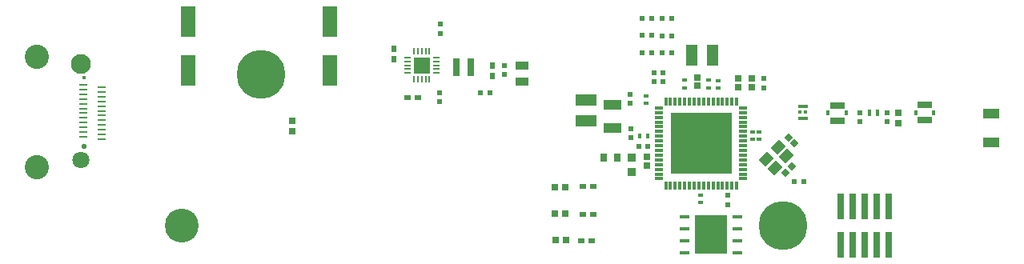
<source format=gbr>
%TF.GenerationSoftware,Altium Limited,Altium Designer,20.0.13 (296)*%
G04 Layer_Color=255*
%FSLAX45Y45*%
%MOMM*%
%TF.FileFunction,Pads,Top*%
%TF.Part,Single*%
G01*
G75*
%TA.AperFunction,SMDPad,CuDef*%
%ADD16R,1.65000X3.25000*%
%ADD17R,3.50000X4.10000*%
%ADD18R,1.10000X0.45000*%
%ADD19R,0.95000X0.90000*%
%ADD20R,0.75000X0.75000*%
%ADD21R,0.75000X0.60000*%
%ADD22R,0.60000X0.70000*%
%ADD23R,6.40000X6.40000*%
%ADD24R,0.85000X0.30000*%
%ADD25R,0.30000X0.85000*%
%ADD26R,1.75000X1.75000*%
%ADD27R,0.20000X0.80000*%
%ADD28R,0.80000X0.20000*%
%ADD29R,0.40000X0.50000*%
%ADD30R,1.50000X0.70000*%
%ADD31R,0.35000X0.65000*%
%ADD32R,0.75000X0.65000*%
%ADD33R,2.20000X1.25000*%
%ADD34R,0.66040X1.85420*%
%ADD35R,0.47500X0.50000*%
%ADD36R,0.65000X0.90000*%
G04:AMPARAMS|DCode=37|XSize=1.2mm|YSize=1mm|CornerRadius=0mm|HoleSize=0mm|Usage=FLASHONLY|Rotation=45.000|XOffset=0mm|YOffset=0mm|HoleType=Round|Shape=Rectangle|*
%AMROTATEDRECTD37*
4,1,4,-0.07071,-0.77782,-0.77782,-0.07071,0.07071,0.77782,0.77782,0.07071,-0.07071,-0.77782,0.0*
%
%ADD37ROTATEDRECTD37*%

%ADD38R,1.00000X0.45000*%
%ADD39R,0.35000X0.35000*%
%ADD40R,0.65000X2.76000*%
%ADD41R,1.47000X0.97000*%
%ADD42R,0.72000X0.69000*%
%ADD43R,0.68000X0.68000*%
%ADD44R,0.62000X0.60000*%
%ADD45R,0.50000X0.40000*%
%TA.AperFunction,ConnectorPad*%
%ADD46R,1.80000X1.10000*%
%TA.AperFunction,SMDPad,CuDef*%
%ADD47R,1.90000X1.10000*%
%TA.AperFunction,ConnectorPad*%
%ADD48R,0.90000X0.25400*%
%TA.AperFunction,SMDPad,CuDef*%
G04:AMPARAMS|DCode=49|XSize=0.62mm|YSize=0.6mm|CornerRadius=0mm|HoleSize=0mm|Usage=FLASHONLY|Rotation=135.000|XOffset=0mm|YOffset=0mm|HoleType=Round|Shape=Rectangle|*
%AMROTATEDRECTD49*
4,1,4,0.43134,-0.00707,0.00707,-0.43134,-0.43134,0.00707,-0.00707,0.43134,0.43134,-0.00707,0.0*
%
%ADD49ROTATEDRECTD49*%

G04:AMPARAMS|DCode=50|XSize=0.62mm|YSize=0.6mm|CornerRadius=0mm|HoleSize=0mm|Usage=FLASHONLY|Rotation=45.000|XOffset=0mm|YOffset=0mm|HoleType=Round|Shape=Rectangle|*
%AMROTATEDRECTD50*
4,1,4,-0.00707,-0.43134,-0.43134,-0.00707,0.00707,0.43134,0.43134,0.00707,-0.00707,-0.43134,0.0*
%
%ADD50ROTATEDRECTD50*%

%ADD51R,0.60000X0.62000*%
%ADD52R,1.25000X2.20000*%
%ADD53R,0.65000X0.75000*%
%ADD54R,0.60000X0.75000*%
%ADD55R,0.50000X0.47500*%
%TA.AperFunction,ComponentPad*%
%ADD59C,3.58500*%
%ADD60C,5.17500*%
%ADD61C,0.55000*%
%ADD62C,0.40500*%
%ADD63C,2.56500*%
%ADD64C,1.80000*%
%ADD65C,2.10000*%
D16*
X3400000Y6040000D02*
D03*
Y6560000D02*
D03*
X4900000Y6040000D02*
D03*
Y6560000D02*
D03*
D17*
X8928000Y4304000D02*
D03*
D18*
X8648000Y4113500D02*
D03*
Y4240500D02*
D03*
Y4367500D02*
D03*
Y4494500D02*
D03*
X9208000D02*
D03*
Y4367500D02*
D03*
Y4240500D02*
D03*
Y4113500D02*
D03*
D19*
X8090000Y5115000D02*
D03*
Y4965000D02*
D03*
D20*
X10910000Y5589000D02*
D03*
Y5479000D02*
D03*
D21*
X7672000Y4240000D02*
D03*
X7562000D02*
D03*
X5722045Y5756604D02*
D03*
X5832045D02*
D03*
X7685000Y4810000D02*
D03*
X7575000D02*
D03*
X7688000Y4520000D02*
D03*
X7578000D02*
D03*
D22*
X6615045Y6088604D02*
D03*
Y5978604D02*
D03*
D23*
X8827179Y5268743D02*
D03*
D24*
X8382179Y4893743D02*
D03*
Y4943743D02*
D03*
Y4993743D02*
D03*
Y5043743D02*
D03*
Y5093743D02*
D03*
Y5143743D02*
D03*
Y5193743D02*
D03*
Y5243743D02*
D03*
Y5293743D02*
D03*
Y5343743D02*
D03*
Y5393743D02*
D03*
Y5443743D02*
D03*
Y5493743D02*
D03*
Y5543743D02*
D03*
Y5593743D02*
D03*
Y5643743D02*
D03*
X9272179D02*
D03*
Y5593743D02*
D03*
Y5543743D02*
D03*
Y5493743D02*
D03*
Y5443743D02*
D03*
Y5393743D02*
D03*
Y5343743D02*
D03*
Y5293743D02*
D03*
Y5243743D02*
D03*
Y5193743D02*
D03*
Y5143743D02*
D03*
Y5093743D02*
D03*
Y5043743D02*
D03*
Y4993743D02*
D03*
Y4943743D02*
D03*
Y4893743D02*
D03*
D25*
X8452179Y5713743D02*
D03*
X8502179D02*
D03*
X8552179D02*
D03*
X8602179D02*
D03*
X8652179D02*
D03*
X8702179D02*
D03*
X8752179D02*
D03*
X8802179D02*
D03*
X8852179D02*
D03*
X8902179D02*
D03*
X8952179D02*
D03*
X9002179D02*
D03*
X9052179D02*
D03*
X9102179D02*
D03*
X9152179D02*
D03*
X9202179D02*
D03*
Y4823743D02*
D03*
X9152179D02*
D03*
X9102179D02*
D03*
X9052179D02*
D03*
X9002179D02*
D03*
X8952179D02*
D03*
X8902179D02*
D03*
X8852179D02*
D03*
X8802179D02*
D03*
X8752179D02*
D03*
X8702179D02*
D03*
X8652179D02*
D03*
X8602179D02*
D03*
X8552179D02*
D03*
X8502179D02*
D03*
X8452179D02*
D03*
D26*
X5872000Y6095000D02*
D03*
D27*
X5792000Y6245000D02*
D03*
X5832000D02*
D03*
X5872000D02*
D03*
X5912000D02*
D03*
X5952000D02*
D03*
Y5945000D02*
D03*
X5912000D02*
D03*
X5872000D02*
D03*
X5832000D02*
D03*
X5792000D02*
D03*
D28*
X6022000Y6175000D02*
D03*
Y6135000D02*
D03*
Y6095000D02*
D03*
Y6055000D02*
D03*
Y6015000D02*
D03*
X5722000D02*
D03*
Y6055000D02*
D03*
Y6095000D02*
D03*
Y6135000D02*
D03*
Y6175000D02*
D03*
D29*
X11285000Y5593000D02*
D03*
X11095000D02*
D03*
X10169044Y5588744D02*
D03*
X10359044D02*
D03*
X8259000Y5344000D02*
D03*
X8179000D02*
D03*
D30*
X11190000Y5673000D02*
D03*
Y5513000D02*
D03*
X10264044Y5508744D02*
D03*
Y5668744D02*
D03*
D31*
X10689500Y5592000D02*
D03*
X10604500D02*
D03*
D32*
X7289000Y4243000D02*
D03*
X7399000D02*
D03*
X7281000Y4807000D02*
D03*
X7391000D02*
D03*
X7276000Y4522000D02*
D03*
X7386000D02*
D03*
D33*
X7607000Y5504000D02*
D03*
Y5724000D02*
D03*
D34*
X6390045Y6070604D02*
D03*
X6235105D02*
D03*
D35*
X9808750Y4860000D02*
D03*
X9911250D02*
D03*
X6490045Y5805604D02*
D03*
X6592446D02*
D03*
X8414750Y6589001D02*
D03*
X8517250D02*
D03*
X8517329Y6408000D02*
D03*
X8414828D02*
D03*
X8414750Y6226000D02*
D03*
X8517250D02*
D03*
X8302163Y6588541D02*
D03*
X8199663D02*
D03*
X8198578Y6410000D02*
D03*
X8301079D02*
D03*
X8300750Y6226000D02*
D03*
X8198250D02*
D03*
D36*
X7797500Y5120000D02*
D03*
X7942500D02*
D03*
D37*
X9517235Y5103122D02*
D03*
X9637443Y5223330D02*
D03*
X9729367Y5131407D02*
D03*
X9609159Y5011198D02*
D03*
D38*
X9899800Y5531694D02*
D03*
Y5661694D02*
D03*
D39*
X9932300Y5596694D02*
D03*
X9867300D02*
D03*
D40*
X10300000Y4600000D02*
D03*
X10427000D02*
D03*
X10808000D02*
D03*
X10681000D02*
D03*
X10554000D02*
D03*
X10300000Y4196000D02*
D03*
X10427000D02*
D03*
X10808000D02*
D03*
X10681000D02*
D03*
X10554000D02*
D03*
D41*
X6931045Y5922604D02*
D03*
Y6088604D02*
D03*
D42*
X9221000Y5957000D02*
D03*
Y5865000D02*
D03*
D43*
X8250000Y5125000D02*
D03*
Y5035000D02*
D03*
X8786000Y5968000D02*
D03*
Y5878000D02*
D03*
X9361000Y5955000D02*
D03*
Y5865000D02*
D03*
D44*
X6749045Y5995604D02*
D03*
Y6087604D02*
D03*
X8078770Y5784195D02*
D03*
Y5692195D02*
D03*
X8082000Y5326000D02*
D03*
Y5418000D02*
D03*
X10507000Y5499000D02*
D03*
Y5591000D02*
D03*
X10789000Y5499000D02*
D03*
Y5591000D02*
D03*
X6063046Y5713604D02*
D03*
Y5805604D02*
D03*
X8326000Y6016000D02*
D03*
Y5924000D02*
D03*
X8423000Y6016000D02*
D03*
Y5924000D02*
D03*
D45*
X8654000Y5858000D02*
D03*
Y5938000D02*
D03*
X8901000Y5937000D02*
D03*
Y5857000D02*
D03*
X8245000Y5772000D02*
D03*
Y5692000D02*
D03*
X8820000Y4720000D02*
D03*
Y4640000D02*
D03*
X9370000Y5390000D02*
D03*
Y5310000D02*
D03*
X9440000D02*
D03*
Y5390000D02*
D03*
X9006000Y5934000D02*
D03*
Y5854000D02*
D03*
D46*
X11890000Y5280000D02*
D03*
Y5580000D02*
D03*
D47*
X7891786Y5679808D02*
D03*
Y5429808D02*
D03*
D48*
X2292500Y5337500D02*
D03*
Y5387500D02*
D03*
Y5437500D02*
D03*
Y5487500D02*
D03*
Y5537500D02*
D03*
Y5587500D02*
D03*
Y5637500D02*
D03*
Y5687500D02*
D03*
Y5737500D02*
D03*
Y5787500D02*
D03*
Y5837500D02*
D03*
Y5887500D02*
D03*
X2482500Y5312500D02*
D03*
Y5362500D02*
D03*
Y5412500D02*
D03*
Y5462500D02*
D03*
Y5512500D02*
D03*
Y5562500D02*
D03*
Y5612500D02*
D03*
Y5662500D02*
D03*
Y5712500D02*
D03*
Y5762500D02*
D03*
Y5812500D02*
D03*
Y5862500D02*
D03*
D49*
X9782527Y5022527D02*
D03*
X9717473Y4957473D02*
D03*
D50*
X9812527Y5267473D02*
D03*
X9747473Y5332527D02*
D03*
D51*
X8169000Y5236000D02*
D03*
X8261000D02*
D03*
D52*
X8728000Y6202000D02*
D03*
X8948000D02*
D03*
D53*
X4500000Y5510000D02*
D03*
Y5400000D02*
D03*
D54*
X5580045Y6156604D02*
D03*
Y6266604D02*
D03*
D55*
X6071046Y6530854D02*
D03*
Y6428354D02*
D03*
X9104000Y4723000D02*
D03*
Y4620500D02*
D03*
X9490000Y5955250D02*
D03*
Y5852750D02*
D03*
D59*
X3337000Y4400000D02*
D03*
D60*
X4170000Y6000000D02*
D03*
X9690000Y4400000D02*
D03*
D61*
X2302500Y5240000D02*
D03*
D62*
Y5960000D02*
D03*
D63*
X1797500Y5020000D02*
D03*
Y6180000D02*
D03*
D64*
X2264500Y5090000D02*
D03*
D65*
Y6110000D02*
D03*
%TF.MD5,713655c8c81f2477bfd1d97dc47218ce*%
M02*

</source>
